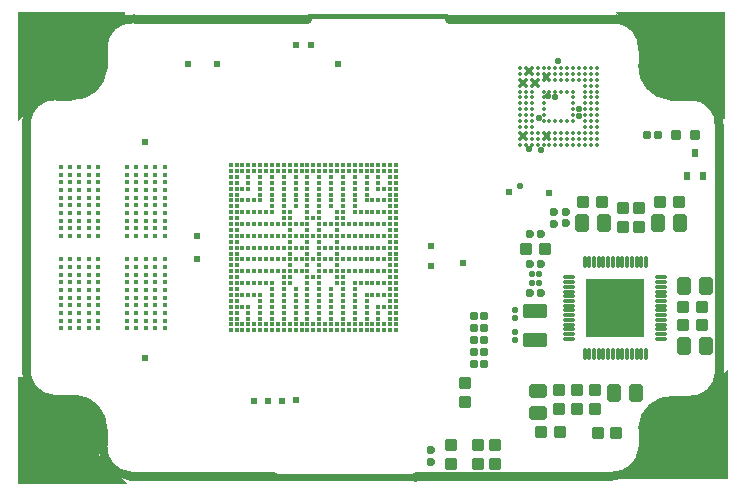
<source format=gts>
G04*
G04 #@! TF.GenerationSoftware,Altium Limited,Altium Designer,22.8.2 (66)*
G04*
G04 Layer_Color=8388736*
%FSAX25Y25*%
%MOIN*%
G70*
G04*
G04 #@! TF.SameCoordinates,F4A2C5FB-41C3-4025-BEE9-57CBDAA8531C*
G04*
G04*
G04 #@! TF.FilePolarity,Negative*
G04*
G01*
G75*
%ADD30C,0.03150*%
%ADD31C,0.01575*%
%ADD32C,0.02362*%
%ADD33C,0.01400*%
%ADD34C,0.01550*%
%ADD35C,0.02368*%
%ADD36C,0.01542*%
G04:AMPARAMS|DCode=37|XSize=41.4mil|YSize=37.47mil|CornerRadius=5.35mil|HoleSize=0mil|Usage=FLASHONLY|Rotation=270.000|XOffset=0mil|YOffset=0mil|HoleType=Round|Shape=RoundedRectangle|*
%AMROUNDEDRECTD37*
21,1,0.04140,0.02677,0,0,270.0*
21,1,0.03071,0.03747,0,0,270.0*
1,1,0.01069,-0.01339,-0.01535*
1,1,0.01069,-0.01339,0.01535*
1,1,0.01069,0.01339,0.01535*
1,1,0.01069,0.01339,-0.01535*
%
%ADD37ROUNDEDRECTD37*%
G04:AMPARAMS|DCode=38|XSize=39.43mil|YSize=11.87mil|CornerRadius=2.79mil|HoleSize=0mil|Usage=FLASHONLY|Rotation=0.000|XOffset=0mil|YOffset=0mil|HoleType=Round|Shape=RoundedRectangle|*
%AMROUNDEDRECTD38*
21,1,0.03943,0.00630,0,0,0.0*
21,1,0.03386,0.01187,0,0,0.0*
1,1,0.00558,0.01693,-0.00315*
1,1,0.00558,-0.01693,-0.00315*
1,1,0.00558,-0.01693,0.00315*
1,1,0.00558,0.01693,0.00315*
%
%ADD38ROUNDEDRECTD38*%
G04:AMPARAMS|DCode=39|XSize=39.43mil|YSize=11.87mil|CornerRadius=2.79mil|HoleSize=0mil|Usage=FLASHONLY|Rotation=90.000|XOffset=0mil|YOffset=0mil|HoleType=Round|Shape=RoundedRectangle|*
%AMROUNDEDRECTD39*
21,1,0.03943,0.00630,0,0,90.0*
21,1,0.03386,0.01187,0,0,90.0*
1,1,0.00558,0.00315,0.01693*
1,1,0.00558,0.00315,-0.01693*
1,1,0.00558,-0.00315,-0.01693*
1,1,0.00558,-0.00315,0.01693*
%
%ADD39ROUNDEDRECTD39*%
%ADD40R,0.19298X0.19298*%
G04:AMPARAMS|DCode=41|XSize=27.62mil|YSize=27.62mil|CornerRadius=4.36mil|HoleSize=0mil|Usage=FLASHONLY|Rotation=270.000|XOffset=0mil|YOffset=0mil|HoleType=Round|Shape=RoundedRectangle|*
%AMROUNDEDRECTD41*
21,1,0.02762,0.01890,0,0,270.0*
21,1,0.01890,0.02762,0,0,270.0*
1,1,0.00872,-0.00945,-0.00945*
1,1,0.00872,-0.00945,0.00945*
1,1,0.00872,0.00945,0.00945*
1,1,0.00872,0.00945,-0.00945*
%
%ADD41ROUNDEDRECTD41*%
G04:AMPARAMS|DCode=42|XSize=41.4mil|YSize=37.47mil|CornerRadius=5.35mil|HoleSize=0mil|Usage=FLASHONLY|Rotation=180.000|XOffset=0mil|YOffset=0mil|HoleType=Round|Shape=RoundedRectangle|*
%AMROUNDEDRECTD42*
21,1,0.04140,0.02677,0,0,180.0*
21,1,0.03071,0.03747,0,0,180.0*
1,1,0.01069,-0.01535,0.01339*
1,1,0.01069,0.01535,0.01339*
1,1,0.01069,0.01535,-0.01339*
1,1,0.01069,-0.01535,-0.01339*
%
%ADD42ROUNDEDRECTD42*%
G04:AMPARAMS|DCode=43|XSize=58.72mil|YSize=43.37mil|CornerRadius=5.94mil|HoleSize=0mil|Usage=FLASHONLY|Rotation=0.000|XOffset=0mil|YOffset=0mil|HoleType=Round|Shape=RoundedRectangle|*
%AMROUNDEDRECTD43*
21,1,0.05872,0.03150,0,0,0.0*
21,1,0.04685,0.04337,0,0,0.0*
1,1,0.01187,0.02343,-0.01575*
1,1,0.01187,-0.02343,-0.01575*
1,1,0.01187,-0.02343,0.01575*
1,1,0.01187,0.02343,0.01575*
%
%ADD43ROUNDEDRECTD43*%
G04:AMPARAMS|DCode=44|XSize=58.72mil|YSize=43.37mil|CornerRadius=5.94mil|HoleSize=0mil|Usage=FLASHONLY|Rotation=90.000|XOffset=0mil|YOffset=0mil|HoleType=Round|Shape=RoundedRectangle|*
%AMROUNDEDRECTD44*
21,1,0.05872,0.03150,0,0,90.0*
21,1,0.04685,0.04337,0,0,90.0*
1,1,0.01187,0.01575,0.02343*
1,1,0.01187,0.01575,-0.02343*
1,1,0.01187,-0.01575,-0.02343*
1,1,0.01187,-0.01575,0.02343*
%
%ADD44ROUNDEDRECTD44*%
G04:AMPARAMS|DCode=45|XSize=24mil|YSize=24mil|CornerRadius=4mil|HoleSize=0mil|Usage=FLASHONLY|Rotation=0.000|XOffset=0mil|YOffset=0mil|HoleType=Round|Shape=RoundedRectangle|*
%AMROUNDEDRECTD45*
21,1,0.02400,0.01600,0,0,0.0*
21,1,0.01600,0.02400,0,0,0.0*
1,1,0.00800,0.00800,-0.00800*
1,1,0.00800,-0.00800,-0.00800*
1,1,0.00800,-0.00800,0.00800*
1,1,0.00800,0.00800,0.00800*
%
%ADD45ROUNDEDRECTD45*%
G04:AMPARAMS|DCode=46|XSize=24mil|YSize=24mil|CornerRadius=4mil|HoleSize=0mil|Usage=FLASHONLY|Rotation=270.000|XOffset=0mil|YOffset=0mil|HoleType=Round|Shape=RoundedRectangle|*
%AMROUNDEDRECTD46*
21,1,0.02400,0.01600,0,0,270.0*
21,1,0.01600,0.02400,0,0,270.0*
1,1,0.00800,-0.00800,-0.00800*
1,1,0.00800,-0.00800,0.00800*
1,1,0.00800,0.00800,0.00800*
1,1,0.00800,0.00800,-0.00800*
%
%ADD46ROUNDEDRECTD46*%
G04:AMPARAMS|DCode=47|XSize=18.01mil|YSize=18.01mil|CornerRadius=4.2mil|HoleSize=0mil|Usage=FLASHONLY|Rotation=270.000|XOffset=0mil|YOffset=0mil|HoleType=Round|Shape=RoundedRectangle|*
%AMROUNDEDRECTD47*
21,1,0.01801,0.00961,0,0,270.0*
21,1,0.00961,0.01801,0,0,270.0*
1,1,0.00840,-0.00480,-0.00480*
1,1,0.00840,-0.00480,0.00480*
1,1,0.00840,0.00480,0.00480*
1,1,0.00840,0.00480,-0.00480*
%
%ADD47ROUNDEDRECTD47*%
G04:AMPARAMS|DCode=48|XSize=47.31mil|YSize=78.8mil|CornerRadius=6.33mil|HoleSize=0mil|Usage=FLASHONLY|Rotation=270.000|XOffset=0mil|YOffset=0mil|HoleType=Round|Shape=RoundedRectangle|*
%AMROUNDEDRECTD48*
21,1,0.04731,0.06614,0,0,270.0*
21,1,0.03465,0.07880,0,0,270.0*
1,1,0.01266,-0.03307,-0.01732*
1,1,0.01266,-0.03307,0.01732*
1,1,0.01266,0.03307,0.01732*
1,1,0.01266,0.03307,-0.01732*
%
%ADD48ROUNDEDRECTD48*%
G04:AMPARAMS|DCode=49|XSize=18.01mil|YSize=18.01mil|CornerRadius=4.2mil|HoleSize=0mil|Usage=FLASHONLY|Rotation=180.000|XOffset=0mil|YOffset=0mil|HoleType=Round|Shape=RoundedRectangle|*
%AMROUNDEDRECTD49*
21,1,0.01801,0.00961,0,0,180.0*
21,1,0.00961,0.01801,0,0,180.0*
1,1,0.00840,-0.00480,0.00480*
1,1,0.00840,0.00480,0.00480*
1,1,0.00840,0.00480,-0.00480*
1,1,0.00840,-0.00480,-0.00480*
%
%ADD49ROUNDEDRECTD49*%
G04:AMPARAMS|DCode=50|XSize=27.62mil|YSize=22.5mil|CornerRadius=3.85mil|HoleSize=0mil|Usage=FLASHONLY|Rotation=90.000|XOffset=0mil|YOffset=0mil|HoleType=Round|Shape=RoundedRectangle|*
%AMROUNDEDRECTD50*
21,1,0.02762,0.01480,0,0,90.0*
21,1,0.01992,0.02250,0,0,90.0*
1,1,0.00770,0.00740,0.00996*
1,1,0.00770,0.00740,-0.00996*
1,1,0.00770,-0.00740,-0.00996*
1,1,0.00770,-0.00740,0.00996*
%
%ADD50ROUNDEDRECTD50*%
G04:AMPARAMS|DCode=51|XSize=35.5mil|YSize=35.5mil|CornerRadius=5.94mil|HoleSize=0mil|Usage=FLASHONLY|Rotation=0.000|XOffset=0mil|YOffset=0mil|HoleType=Round|Shape=RoundedRectangle|*
%AMROUNDEDRECTD51*
21,1,0.03550,0.02362,0,0,0.0*
21,1,0.02362,0.03550,0,0,0.0*
1,1,0.01187,0.01181,-0.01181*
1,1,0.01187,-0.01181,-0.01181*
1,1,0.01187,-0.01181,0.01181*
1,1,0.01187,0.01181,0.01181*
%
%ADD51ROUNDEDRECTD51*%
%ADD52C,0.20085*%
%ADD53C,0.02198*%
G36*
X0385717Y0724508D02*
X0422331D01*
X0412883Y0733957D01*
Y0746555D01*
X0406977Y0752460D01*
X0395560D01*
X0387686Y0760334D01*
X0385717D01*
Y0724508D01*
D02*
G37*
G36*
Y0881988D02*
Y0845374D01*
X0395166Y0854823D01*
X0407764D01*
X0413670Y0860728D01*
Y0872146D01*
X0421544Y0880020D01*
Y0881988D01*
X0385717D01*
D02*
G37*
G36*
X0622331Y0726083D02*
Y0762697D01*
X0612883Y0753248D01*
X0600284D01*
X0594379Y0747342D01*
Y0735925D01*
X0586505Y0728051D01*
Y0726083D01*
X0622331D01*
D02*
G37*
G36*
X0621544Y0881988D02*
X0584930D01*
X0594379Y0872539D01*
Y0859941D01*
X0600284Y0854035D01*
X0611701D01*
X0619575Y0846161D01*
X0621544D01*
Y0881988D01*
D02*
G37*
D30*
X0593985Y0869390D02*
G03*
X0584930Y0879626I-0009646J0000591D01*
G01*
X0593985Y0864272D02*
G03*
X0603040Y0854035I0009646J-0000591D01*
G01*
X0619575Y0843799D02*
G03*
X0610520Y0854035I-0009646J0000591D01*
G01*
X0609339Y0752460D02*
G03*
X0619575Y0761516I0000591J0009646D01*
G01*
X0604221Y0752460D02*
G03*
X0593985Y0743405I-0000591J-0009646D01*
G01*
X0583749Y0727264D02*
G03*
X0593985Y0736319I0000591J0009646D01*
G01*
X0414064Y0737500D02*
G03*
X0423119Y0727264I0009646J-0000591D01*
G01*
X0414064Y0742618D02*
G03*
X0405009Y0752854I-0009646J0000591D01*
G01*
X0388473Y0763090D02*
G03*
X0397528Y0752854I0009646J-0000591D01*
G01*
X0403827Y0854035D02*
G03*
X0414064Y0863090I0000591J0009646D01*
G01*
X0398709Y0854035D02*
G03*
X0388473Y0844980I-0000591J-0009646D01*
G01*
X0424300Y0879626D02*
G03*
X0414064Y0870571I-0000591J-0009646D01*
G01*
X0388473Y0762697D02*
Y0844586D01*
X0398316Y0752854D02*
X0404615D01*
X0414064Y0737894D02*
Y0742618D01*
X0423119Y0727264D02*
X0470756D01*
X0518394D02*
X0583355D01*
X0593985Y0737106D02*
Y0742618D01*
X0604615Y0752460D02*
X0608946D01*
X0619575Y0762303D02*
Y0843799D01*
X0603434Y0854035D02*
X0610127D01*
X0593985Y0864665D02*
Y0868996D01*
X0529418Y0879626D02*
X0584536D01*
X0414064Y0863484D02*
Y0870571D01*
X0398709Y0854035D02*
X0403040D01*
X0424693Y0879626D02*
X0482174Y0879626D01*
X0518001Y0726870D02*
X0518394Y0727264D01*
D31*
X0482961Y0880413D02*
X0528631D01*
X0529418Y0879626D01*
D32*
X0471150Y0726870D02*
X0518001D01*
X0470756Y0727264D02*
X0471150Y0726870D01*
D33*
X0553095Y0837671D02*
D03*
Y0839639D02*
D03*
Y0841608D02*
D03*
Y0843576D02*
D03*
Y0845545D02*
D03*
Y0847513D02*
D03*
Y0849482D02*
D03*
Y0851450D02*
D03*
Y0853419D02*
D03*
Y0855387D02*
D03*
Y0857356D02*
D03*
Y0859324D02*
D03*
Y0861293D02*
D03*
Y0863261D02*
D03*
X0555063Y0837671D02*
D03*
Y0839639D02*
D03*
Y0841608D02*
D03*
Y0843576D02*
D03*
Y0845545D02*
D03*
Y0847513D02*
D03*
Y0849482D02*
D03*
Y0851450D02*
D03*
Y0853419D02*
D03*
Y0855387D02*
D03*
Y0857356D02*
D03*
Y0859324D02*
D03*
Y0861293D02*
D03*
Y0863261D02*
D03*
X0557032Y0837671D02*
D03*
Y0839639D02*
D03*
Y0841608D02*
D03*
Y0843576D02*
D03*
Y0845545D02*
D03*
Y0847513D02*
D03*
Y0849482D02*
D03*
Y0851450D02*
D03*
Y0853419D02*
D03*
Y0855387D02*
D03*
Y0857356D02*
D03*
Y0859324D02*
D03*
Y0861293D02*
D03*
Y0863261D02*
D03*
X0559000Y0837671D02*
D03*
Y0839639D02*
D03*
Y0841608D02*
D03*
Y0857356D02*
D03*
Y0859324D02*
D03*
Y0861293D02*
D03*
Y0863261D02*
D03*
X0560969Y0837671D02*
D03*
Y0839639D02*
D03*
Y0841608D02*
D03*
Y0845545D02*
D03*
Y0847513D02*
D03*
Y0849482D02*
D03*
Y0851450D02*
D03*
Y0853419D02*
D03*
Y0855387D02*
D03*
Y0859324D02*
D03*
Y0861293D02*
D03*
Y0863261D02*
D03*
X0562937Y0837671D02*
D03*
Y0839639D02*
D03*
Y0841608D02*
D03*
Y0845545D02*
D03*
Y0855387D02*
D03*
Y0859324D02*
D03*
Y0861293D02*
D03*
Y0863261D02*
D03*
X0564906Y0837671D02*
D03*
Y0839639D02*
D03*
Y0841608D02*
D03*
Y0845545D02*
D03*
Y0855387D02*
D03*
Y0859324D02*
D03*
Y0861293D02*
D03*
Y0863261D02*
D03*
X0566874Y0837671D02*
D03*
Y0839639D02*
D03*
Y0841608D02*
D03*
Y0845545D02*
D03*
Y0855387D02*
D03*
Y0859324D02*
D03*
Y0861293D02*
D03*
Y0863261D02*
D03*
X0568843Y0837671D02*
D03*
Y0839639D02*
D03*
Y0841608D02*
D03*
Y0845545D02*
D03*
Y0855387D02*
D03*
Y0859324D02*
D03*
Y0861293D02*
D03*
Y0863261D02*
D03*
X0570811Y0837671D02*
D03*
Y0839639D02*
D03*
Y0841608D02*
D03*
Y0845545D02*
D03*
Y0847513D02*
D03*
Y0849482D02*
D03*
Y0851450D02*
D03*
Y0853419D02*
D03*
Y0855387D02*
D03*
Y0859324D02*
D03*
Y0861293D02*
D03*
Y0863261D02*
D03*
X0572780Y0837671D02*
D03*
Y0839639D02*
D03*
Y0841608D02*
D03*
Y0859324D02*
D03*
Y0861293D02*
D03*
Y0863261D02*
D03*
X0574748Y0837671D02*
D03*
Y0839639D02*
D03*
Y0841608D02*
D03*
Y0843576D02*
D03*
Y0845545D02*
D03*
Y0847513D02*
D03*
Y0849482D02*
D03*
Y0851450D02*
D03*
Y0853419D02*
D03*
Y0855387D02*
D03*
Y0857356D02*
D03*
Y0859324D02*
D03*
Y0861293D02*
D03*
Y0863261D02*
D03*
X0576717Y0837671D02*
D03*
Y0839639D02*
D03*
Y0841608D02*
D03*
Y0843576D02*
D03*
Y0845545D02*
D03*
Y0847513D02*
D03*
Y0849482D02*
D03*
Y0851450D02*
D03*
Y0853419D02*
D03*
Y0855387D02*
D03*
Y0857356D02*
D03*
Y0859324D02*
D03*
Y0861293D02*
D03*
Y0863261D02*
D03*
X0578685Y0837671D02*
D03*
Y0839639D02*
D03*
Y0841608D02*
D03*
Y0843576D02*
D03*
Y0845545D02*
D03*
Y0847513D02*
D03*
Y0849482D02*
D03*
Y0851450D02*
D03*
Y0853419D02*
D03*
Y0855387D02*
D03*
Y0857356D02*
D03*
Y0859324D02*
D03*
Y0861293D02*
D03*
Y0863261D02*
D03*
D34*
X0400000Y0784153D02*
D03*
Y0786712D02*
D03*
Y0789271D02*
D03*
Y0791830D02*
D03*
Y0794389D02*
D03*
Y0796948D02*
D03*
Y0799507D02*
D03*
Y0807185D02*
D03*
Y0809744D02*
D03*
Y0812303D02*
D03*
Y0814862D02*
D03*
Y0817422D02*
D03*
Y0819981D02*
D03*
Y0822540D02*
D03*
Y0825099D02*
D03*
Y0827658D02*
D03*
Y0830217D02*
D03*
Y0776476D02*
D03*
Y0779036D02*
D03*
Y0781594D02*
D03*
X0403150Y0784153D02*
D03*
Y0786712D02*
D03*
Y0789271D02*
D03*
Y0791830D02*
D03*
Y0794389D02*
D03*
Y0796948D02*
D03*
Y0799507D02*
D03*
Y0807185D02*
D03*
Y0809744D02*
D03*
Y0812303D02*
D03*
Y0814862D02*
D03*
Y0817422D02*
D03*
Y0819981D02*
D03*
Y0822540D02*
D03*
Y0825099D02*
D03*
Y0827658D02*
D03*
Y0830217D02*
D03*
Y0776476D02*
D03*
Y0779036D02*
D03*
Y0781594D02*
D03*
X0406299Y0784153D02*
D03*
Y0786712D02*
D03*
Y0789271D02*
D03*
Y0791830D02*
D03*
Y0794389D02*
D03*
Y0796948D02*
D03*
Y0799507D02*
D03*
Y0807185D02*
D03*
Y0809744D02*
D03*
Y0812303D02*
D03*
Y0814862D02*
D03*
Y0817422D02*
D03*
Y0819981D02*
D03*
Y0822540D02*
D03*
Y0825099D02*
D03*
Y0827658D02*
D03*
Y0830217D02*
D03*
Y0776476D02*
D03*
Y0779036D02*
D03*
Y0781594D02*
D03*
X0409449Y0784153D02*
D03*
Y0786712D02*
D03*
Y0789271D02*
D03*
Y0791830D02*
D03*
Y0794389D02*
D03*
Y0796948D02*
D03*
Y0799507D02*
D03*
Y0807185D02*
D03*
Y0809744D02*
D03*
Y0812303D02*
D03*
Y0814862D02*
D03*
Y0817422D02*
D03*
Y0819981D02*
D03*
Y0822540D02*
D03*
Y0825099D02*
D03*
Y0827658D02*
D03*
Y0830217D02*
D03*
Y0776476D02*
D03*
Y0779036D02*
D03*
Y0781594D02*
D03*
X0412599Y0784153D02*
D03*
Y0786712D02*
D03*
Y0789271D02*
D03*
Y0791830D02*
D03*
Y0794389D02*
D03*
Y0796948D02*
D03*
Y0799507D02*
D03*
Y0807185D02*
D03*
Y0809744D02*
D03*
Y0812303D02*
D03*
Y0814862D02*
D03*
Y0817422D02*
D03*
Y0819981D02*
D03*
Y0822540D02*
D03*
Y0825099D02*
D03*
Y0827658D02*
D03*
Y0830217D02*
D03*
Y0776476D02*
D03*
Y0779036D02*
D03*
Y0781594D02*
D03*
X0422047Y0784153D02*
D03*
Y0786712D02*
D03*
Y0789271D02*
D03*
Y0791830D02*
D03*
Y0794389D02*
D03*
Y0796948D02*
D03*
Y0799507D02*
D03*
Y0807185D02*
D03*
Y0809744D02*
D03*
Y0812303D02*
D03*
Y0814862D02*
D03*
Y0817422D02*
D03*
Y0819981D02*
D03*
Y0822540D02*
D03*
Y0825099D02*
D03*
Y0827658D02*
D03*
Y0830217D02*
D03*
Y0776476D02*
D03*
Y0779036D02*
D03*
Y0781594D02*
D03*
X0425197Y0784153D02*
D03*
Y0786712D02*
D03*
Y0789271D02*
D03*
Y0791830D02*
D03*
Y0794389D02*
D03*
Y0796948D02*
D03*
Y0799507D02*
D03*
Y0807185D02*
D03*
Y0809744D02*
D03*
Y0812303D02*
D03*
Y0814862D02*
D03*
Y0817422D02*
D03*
Y0819981D02*
D03*
Y0822540D02*
D03*
Y0825099D02*
D03*
Y0827658D02*
D03*
Y0830217D02*
D03*
Y0776476D02*
D03*
Y0779036D02*
D03*
Y0781594D02*
D03*
X0428347Y0784153D02*
D03*
Y0786712D02*
D03*
Y0789271D02*
D03*
Y0791830D02*
D03*
Y0794389D02*
D03*
Y0796948D02*
D03*
Y0799507D02*
D03*
Y0807185D02*
D03*
Y0809744D02*
D03*
Y0812303D02*
D03*
Y0814862D02*
D03*
Y0817422D02*
D03*
Y0819981D02*
D03*
Y0822540D02*
D03*
Y0825099D02*
D03*
Y0827658D02*
D03*
Y0830217D02*
D03*
Y0776476D02*
D03*
Y0779036D02*
D03*
Y0781594D02*
D03*
X0431496Y0784153D02*
D03*
Y0786712D02*
D03*
Y0789271D02*
D03*
Y0791830D02*
D03*
Y0794389D02*
D03*
Y0796948D02*
D03*
Y0799507D02*
D03*
Y0807185D02*
D03*
Y0809744D02*
D03*
Y0812303D02*
D03*
Y0814862D02*
D03*
Y0817422D02*
D03*
Y0819981D02*
D03*
Y0822540D02*
D03*
Y0825099D02*
D03*
Y0827658D02*
D03*
Y0830217D02*
D03*
Y0776476D02*
D03*
Y0779036D02*
D03*
Y0781594D02*
D03*
X0434646Y0784153D02*
D03*
Y0786712D02*
D03*
Y0789271D02*
D03*
Y0791830D02*
D03*
Y0794389D02*
D03*
Y0796948D02*
D03*
Y0799507D02*
D03*
Y0807185D02*
D03*
Y0809744D02*
D03*
Y0812303D02*
D03*
Y0814862D02*
D03*
Y0817422D02*
D03*
Y0819981D02*
D03*
Y0822540D02*
D03*
Y0825099D02*
D03*
Y0827658D02*
D03*
Y0830217D02*
D03*
Y0776476D02*
D03*
Y0779036D02*
D03*
Y0781594D02*
D03*
D35*
X0428061Y0838720D02*
D03*
X0445461Y0807320D02*
D03*
X0445561Y0799720D02*
D03*
X0428061Y0766520D02*
D03*
X0549317Y0821908D02*
D03*
X0562817Y0821608D02*
D03*
X0534227Y0798205D02*
D03*
X0523527Y0797105D02*
D03*
Y0803905D02*
D03*
X0478527Y0752405D02*
D03*
X0473727Y0752305D02*
D03*
X0469027Y0752205D02*
D03*
X0464427D02*
D03*
X0442527Y0864505D02*
D03*
X0452027Y0864605D02*
D03*
X0492527D02*
D03*
X0478317Y0870908D02*
D03*
X0483317D02*
D03*
D36*
X0456693Y0830906D02*
D03*
X0458661D02*
D03*
X0460630D02*
D03*
X0462598D02*
D03*
X0464567D02*
D03*
X0466535D02*
D03*
X0468504D02*
D03*
X0470472D02*
D03*
X0472441D02*
D03*
X0474409D02*
D03*
X0476378D02*
D03*
X0478346D02*
D03*
X0480315D02*
D03*
X0482283D02*
D03*
X0484252D02*
D03*
X0486221D02*
D03*
X0488189D02*
D03*
X0490158D02*
D03*
X0492126D02*
D03*
X0494095D02*
D03*
X0496063D02*
D03*
X0498032D02*
D03*
X0500000D02*
D03*
X0501968D02*
D03*
X0503937D02*
D03*
X0505905D02*
D03*
X0507874D02*
D03*
X0509842D02*
D03*
X0511811D02*
D03*
X0456693Y0828937D02*
D03*
X0458661D02*
D03*
X0460630D02*
D03*
X0462598D02*
D03*
X0464567D02*
D03*
X0466535D02*
D03*
X0468504D02*
D03*
X0470472D02*
D03*
X0472441D02*
D03*
X0474409D02*
D03*
X0476378D02*
D03*
X0478346D02*
D03*
X0480315D02*
D03*
X0482283D02*
D03*
X0484252D02*
D03*
X0486221D02*
D03*
X0488189D02*
D03*
X0490158D02*
D03*
X0492126D02*
D03*
X0494095D02*
D03*
X0496063D02*
D03*
X0498032D02*
D03*
X0500000D02*
D03*
X0501968D02*
D03*
X0503937D02*
D03*
X0505905D02*
D03*
X0507874D02*
D03*
X0509842D02*
D03*
X0511811D02*
D03*
X0456693Y0826968D02*
D03*
X0458661D02*
D03*
X0462598D02*
D03*
X0466535D02*
D03*
X0470472D02*
D03*
X0474409D02*
D03*
X0478346D02*
D03*
X0482283D02*
D03*
X0486221D02*
D03*
X0490158D02*
D03*
X0494095D02*
D03*
X0498032D02*
D03*
X0501968D02*
D03*
X0505905D02*
D03*
X0509842D02*
D03*
X0511811D02*
D03*
X0456693Y0825000D02*
D03*
X0458661D02*
D03*
X0462598D02*
D03*
X0466535D02*
D03*
X0470472D02*
D03*
X0474409D02*
D03*
X0478346D02*
D03*
X0482283D02*
D03*
X0486221D02*
D03*
X0490158D02*
D03*
X0494095D02*
D03*
X0498032D02*
D03*
X0501968D02*
D03*
X0505905D02*
D03*
X0509842D02*
D03*
X0511811D02*
D03*
X0456693Y0823032D02*
D03*
X0458661D02*
D03*
X0460630D02*
D03*
X0462598D02*
D03*
X0466535D02*
D03*
X0470472D02*
D03*
X0474409D02*
D03*
X0478346D02*
D03*
X0482283D02*
D03*
X0486221D02*
D03*
X0490158D02*
D03*
X0494095D02*
D03*
X0498032D02*
D03*
X0501968D02*
D03*
X0505905D02*
D03*
X0507874D02*
D03*
X0509842D02*
D03*
X0511811D02*
D03*
X0456693Y0821063D02*
D03*
X0458661D02*
D03*
X0466535D02*
D03*
X0470472D02*
D03*
X0474409D02*
D03*
X0478346D02*
D03*
X0482283D02*
D03*
X0486221D02*
D03*
X0490158D02*
D03*
X0494095D02*
D03*
X0498032D02*
D03*
X0501968D02*
D03*
X0509842D02*
D03*
X0511811D02*
D03*
X0456693Y0819094D02*
D03*
X0458661D02*
D03*
X0460630D02*
D03*
X0462598D02*
D03*
X0464567D02*
D03*
X0466535D02*
D03*
X0470472D02*
D03*
X0474409D02*
D03*
X0478346D02*
D03*
X0482283D02*
D03*
X0486221D02*
D03*
X0490158D02*
D03*
X0494095D02*
D03*
X0498032D02*
D03*
X0501968D02*
D03*
X0503937D02*
D03*
X0505905D02*
D03*
X0507874D02*
D03*
X0509842D02*
D03*
X0511811D02*
D03*
X0456693Y0817126D02*
D03*
X0458661D02*
D03*
X0470472D02*
D03*
X0474409D02*
D03*
X0478346D02*
D03*
X0482283D02*
D03*
X0486221D02*
D03*
X0490158D02*
D03*
X0494095D02*
D03*
X0498032D02*
D03*
X0509842D02*
D03*
X0511811D02*
D03*
X0456693Y0815158D02*
D03*
X0458661D02*
D03*
X0460630D02*
D03*
X0462598D02*
D03*
X0464567D02*
D03*
X0466535D02*
D03*
X0468504D02*
D03*
X0470472D02*
D03*
X0474409D02*
D03*
X0476378D02*
D03*
X0482283D02*
D03*
X0486221D02*
D03*
X0492126D02*
D03*
X0494095D02*
D03*
X0498032D02*
D03*
X0500000D02*
D03*
X0501968D02*
D03*
X0503937D02*
D03*
X0505905D02*
D03*
X0507874D02*
D03*
X0509842D02*
D03*
X0511811D02*
D03*
X0456693Y0813189D02*
D03*
X0458661D02*
D03*
X0474409D02*
D03*
X0476378D02*
D03*
X0482283D02*
D03*
X0484252D02*
D03*
X0486221D02*
D03*
X0492126D02*
D03*
X0494095D02*
D03*
X0509842D02*
D03*
X0511811D02*
D03*
X0456693Y0811220D02*
D03*
X0458661D02*
D03*
X0460630D02*
D03*
X0462598D02*
D03*
X0464567D02*
D03*
X0466535D02*
D03*
X0468504D02*
D03*
X0470472D02*
D03*
X0472441D02*
D03*
X0474409D02*
D03*
X0476378D02*
D03*
X0478346D02*
D03*
X0480315D02*
D03*
X0482283D02*
D03*
X0486221D02*
D03*
X0488189D02*
D03*
X0490158D02*
D03*
X0492126D02*
D03*
X0494095D02*
D03*
X0496063D02*
D03*
X0498032D02*
D03*
X0500000D02*
D03*
X0501968D02*
D03*
X0503937D02*
D03*
X0505905D02*
D03*
X0507874D02*
D03*
X0509842D02*
D03*
X0511811D02*
D03*
X0456693Y0809252D02*
D03*
X0458661D02*
D03*
X0476378D02*
D03*
X0482283D02*
D03*
X0486221D02*
D03*
X0492126D02*
D03*
X0509842D02*
D03*
X0511811D02*
D03*
X0456693Y0807283D02*
D03*
X0458661D02*
D03*
X0460630D02*
D03*
X0462598D02*
D03*
X0464567D02*
D03*
X0466535D02*
D03*
X0468504D02*
D03*
X0470472D02*
D03*
X0472441D02*
D03*
X0474409D02*
D03*
X0476378D02*
D03*
X0478346D02*
D03*
X0480315D02*
D03*
X0482283D02*
D03*
X0484252D02*
D03*
X0486221D02*
D03*
X0488189D02*
D03*
X0490158D02*
D03*
X0492126D02*
D03*
X0494095D02*
D03*
X0496063D02*
D03*
X0498032D02*
D03*
X0500000D02*
D03*
X0501968D02*
D03*
X0503937D02*
D03*
X0505905D02*
D03*
X0507874D02*
D03*
X0509842D02*
D03*
X0511811D02*
D03*
X0456693Y0805315D02*
D03*
X0458661D02*
D03*
X0476378D02*
D03*
X0482283D02*
D03*
X0486221D02*
D03*
X0492126D02*
D03*
X0509842D02*
D03*
X0511811D02*
D03*
X0456693Y0803347D02*
D03*
X0458661D02*
D03*
X0460630D02*
D03*
X0462598D02*
D03*
X0464567D02*
D03*
X0466535D02*
D03*
X0468504D02*
D03*
X0470472D02*
D03*
X0472441D02*
D03*
X0474409D02*
D03*
X0476378D02*
D03*
X0478346D02*
D03*
X0480315D02*
D03*
X0482283D02*
D03*
X0486221D02*
D03*
X0488189D02*
D03*
X0490158D02*
D03*
X0492126D02*
D03*
X0494095D02*
D03*
X0496063D02*
D03*
X0498032D02*
D03*
X0500000D02*
D03*
X0501968D02*
D03*
X0503937D02*
D03*
X0505905D02*
D03*
X0507874D02*
D03*
X0509842D02*
D03*
X0511811D02*
D03*
X0456693Y0801378D02*
D03*
X0458661D02*
D03*
X0476378D02*
D03*
X0482283D02*
D03*
X0486221D02*
D03*
X0492126D02*
D03*
X0509842D02*
D03*
X0511811D02*
D03*
X0456693Y0799409D02*
D03*
X0458661D02*
D03*
X0460630D02*
D03*
X0462598D02*
D03*
X0464567D02*
D03*
X0466535D02*
D03*
X0468504D02*
D03*
X0470472D02*
D03*
X0472441D02*
D03*
X0474409D02*
D03*
X0476378D02*
D03*
X0478346D02*
D03*
X0480315D02*
D03*
X0482283D02*
D03*
X0484252D02*
D03*
X0486221D02*
D03*
X0488189D02*
D03*
X0490158D02*
D03*
X0492126D02*
D03*
X0494095D02*
D03*
X0496063D02*
D03*
X0498032D02*
D03*
X0500000D02*
D03*
X0501968D02*
D03*
X0503937D02*
D03*
X0505905D02*
D03*
X0507874D02*
D03*
X0509842D02*
D03*
X0511811D02*
D03*
X0456693Y0797441D02*
D03*
X0458661D02*
D03*
X0476378D02*
D03*
X0482283D02*
D03*
X0486221D02*
D03*
X0492126D02*
D03*
X0509842D02*
D03*
X0511811D02*
D03*
X0456693Y0795472D02*
D03*
X0458661D02*
D03*
X0460630D02*
D03*
X0462598D02*
D03*
X0464567D02*
D03*
X0466535D02*
D03*
X0468504D02*
D03*
X0470472D02*
D03*
X0472441D02*
D03*
X0474409D02*
D03*
X0476378D02*
D03*
X0478346D02*
D03*
X0480315D02*
D03*
X0482283D02*
D03*
X0486221D02*
D03*
X0488189D02*
D03*
X0490158D02*
D03*
X0492126D02*
D03*
X0494095D02*
D03*
X0496063D02*
D03*
X0498032D02*
D03*
X0500000D02*
D03*
X0501968D02*
D03*
X0503937D02*
D03*
X0505905D02*
D03*
X0507874D02*
D03*
X0509842D02*
D03*
X0511811D02*
D03*
X0456693Y0793504D02*
D03*
X0458661D02*
D03*
X0474409D02*
D03*
X0476378D02*
D03*
X0482283D02*
D03*
X0484252D02*
D03*
X0486221D02*
D03*
X0492126D02*
D03*
X0494095D02*
D03*
X0509842D02*
D03*
X0511811D02*
D03*
X0456693Y0791535D02*
D03*
X0458661D02*
D03*
X0460630D02*
D03*
X0462598D02*
D03*
X0464567D02*
D03*
X0466535D02*
D03*
X0468504D02*
D03*
X0470472D02*
D03*
X0474409D02*
D03*
X0476378D02*
D03*
X0482283D02*
D03*
X0486221D02*
D03*
X0492126D02*
D03*
X0494095D02*
D03*
X0498032D02*
D03*
X0500000D02*
D03*
X0501968D02*
D03*
X0503937D02*
D03*
X0505905D02*
D03*
X0507874D02*
D03*
X0509842D02*
D03*
X0511811D02*
D03*
X0456693Y0789567D02*
D03*
X0458661D02*
D03*
X0470472D02*
D03*
X0474409D02*
D03*
X0478346D02*
D03*
X0482283D02*
D03*
X0486221D02*
D03*
X0490158D02*
D03*
X0494095D02*
D03*
X0498032D02*
D03*
X0509842D02*
D03*
X0511811D02*
D03*
X0456693Y0787598D02*
D03*
X0458661D02*
D03*
X0460630D02*
D03*
X0462598D02*
D03*
X0464567D02*
D03*
X0466535D02*
D03*
X0470472D02*
D03*
X0474409D02*
D03*
X0478346D02*
D03*
X0482283D02*
D03*
X0486221D02*
D03*
X0490158D02*
D03*
X0494095D02*
D03*
X0498032D02*
D03*
X0501968D02*
D03*
X0503937D02*
D03*
X0505905D02*
D03*
X0507874D02*
D03*
X0509842D02*
D03*
X0511811D02*
D03*
X0456693Y0785630D02*
D03*
X0458661D02*
D03*
X0466535D02*
D03*
X0470472D02*
D03*
X0474409D02*
D03*
X0478346D02*
D03*
X0482283D02*
D03*
X0486221D02*
D03*
X0490158D02*
D03*
X0494095D02*
D03*
X0498032D02*
D03*
X0501968D02*
D03*
X0509842D02*
D03*
X0511811D02*
D03*
X0456693Y0783661D02*
D03*
X0458661D02*
D03*
X0460630D02*
D03*
X0462598D02*
D03*
X0466535D02*
D03*
X0470472D02*
D03*
X0474409D02*
D03*
X0478346D02*
D03*
X0482283D02*
D03*
X0486221D02*
D03*
X0490158D02*
D03*
X0494095D02*
D03*
X0498032D02*
D03*
X0501968D02*
D03*
X0505905D02*
D03*
X0507874D02*
D03*
X0509842D02*
D03*
X0511811D02*
D03*
X0456693Y0781693D02*
D03*
X0458661D02*
D03*
X0462598D02*
D03*
X0466535D02*
D03*
X0470472D02*
D03*
X0474409D02*
D03*
X0478346D02*
D03*
X0482283D02*
D03*
X0486221D02*
D03*
X0490158D02*
D03*
X0494095D02*
D03*
X0498032D02*
D03*
X0501968D02*
D03*
X0505905D02*
D03*
X0509842D02*
D03*
X0511811D02*
D03*
X0456693Y0779724D02*
D03*
X0458661D02*
D03*
X0462598D02*
D03*
X0466535D02*
D03*
X0470472D02*
D03*
X0474409D02*
D03*
X0478346D02*
D03*
X0482283D02*
D03*
X0486221D02*
D03*
X0490158D02*
D03*
X0494095D02*
D03*
X0498032D02*
D03*
X0501968D02*
D03*
X0505905D02*
D03*
X0509842D02*
D03*
X0511811D02*
D03*
X0456693Y0777756D02*
D03*
X0458661D02*
D03*
X0460630D02*
D03*
X0462598D02*
D03*
X0464567D02*
D03*
X0466535D02*
D03*
X0468504D02*
D03*
X0470472D02*
D03*
X0472441D02*
D03*
X0474409D02*
D03*
X0476378D02*
D03*
X0478346D02*
D03*
X0480315D02*
D03*
X0482283D02*
D03*
X0484252D02*
D03*
X0486221D02*
D03*
X0488189D02*
D03*
X0490158D02*
D03*
X0492126D02*
D03*
X0494095D02*
D03*
X0496063D02*
D03*
X0498032D02*
D03*
X0500000D02*
D03*
X0501968D02*
D03*
X0503937D02*
D03*
X0505905D02*
D03*
X0507874D02*
D03*
X0509842D02*
D03*
X0511811D02*
D03*
X0456693Y0775787D02*
D03*
X0458661D02*
D03*
X0460630D02*
D03*
X0462598D02*
D03*
X0464567D02*
D03*
X0466535D02*
D03*
X0468504D02*
D03*
X0470472D02*
D03*
X0472441D02*
D03*
X0474409D02*
D03*
X0476378D02*
D03*
X0478346D02*
D03*
X0480315D02*
D03*
X0482283D02*
D03*
X0484252D02*
D03*
X0486221D02*
D03*
X0488189D02*
D03*
X0490158D02*
D03*
X0492126D02*
D03*
X0494095D02*
D03*
X0496063D02*
D03*
X0498032D02*
D03*
X0500000D02*
D03*
X0501968D02*
D03*
X0503937D02*
D03*
X0505905D02*
D03*
X0507874D02*
D03*
X0509842D02*
D03*
X0511811D02*
D03*
D37*
X0613876Y0783705D02*
D03*
X0607577D02*
D03*
X0606076Y0818405D02*
D03*
X0599777D02*
D03*
X0574277Y0818405D02*
D03*
X0580576D02*
D03*
X0585276Y0741505D02*
D03*
X0578977D02*
D03*
X0560077Y0741805D02*
D03*
X0566376D02*
D03*
X0607477Y0777705D02*
D03*
X0613776D02*
D03*
X0561476Y0802805D02*
D03*
X0555177D02*
D03*
D38*
X0569527Y0793428D02*
D03*
Y0791853D02*
D03*
Y0790278D02*
D03*
Y0788703D02*
D03*
Y0787128D02*
D03*
Y0785553D02*
D03*
Y0783979D02*
D03*
Y0782404D02*
D03*
Y0780829D02*
D03*
Y0779254D02*
D03*
Y0777679D02*
D03*
Y0776105D02*
D03*
Y0774530D02*
D03*
Y0772955D02*
D03*
X0600235D02*
D03*
Y0774530D02*
D03*
Y0776105D02*
D03*
Y0777679D02*
D03*
Y0779254D02*
D03*
Y0780829D02*
D03*
Y0782404D02*
D03*
Y0783979D02*
D03*
Y0785553D02*
D03*
Y0787128D02*
D03*
Y0788703D02*
D03*
Y0790278D02*
D03*
Y0791853D02*
D03*
Y0793428D02*
D03*
D39*
X0574645Y0767837D02*
D03*
X0576220D02*
D03*
X0577794D02*
D03*
X0579369D02*
D03*
X0580944D02*
D03*
X0582519D02*
D03*
X0584094D02*
D03*
X0585668D02*
D03*
X0587243D02*
D03*
X0588818D02*
D03*
X0590393D02*
D03*
X0591967D02*
D03*
X0593542D02*
D03*
X0595117D02*
D03*
Y0798546D02*
D03*
X0593542D02*
D03*
X0591967D02*
D03*
X0590393D02*
D03*
X0588818D02*
D03*
X0587243D02*
D03*
X0585668D02*
D03*
X0584094D02*
D03*
X0582519D02*
D03*
X0580944D02*
D03*
X0579369D02*
D03*
X0577794D02*
D03*
X0576220D02*
D03*
X0574645D02*
D03*
D40*
X0584881Y0783191D02*
D03*
D41*
X0537655Y0776605D02*
D03*
X0541198D02*
D03*
X0537655Y0780605D02*
D03*
X0541198D02*
D03*
X0541198Y0768605D02*
D03*
X0537655D02*
D03*
X0541198Y0764605D02*
D03*
X0537655D02*
D03*
X0541198Y0772605D02*
D03*
X0537655D02*
D03*
X0595455Y0840805D02*
D03*
X0598998D02*
D03*
D42*
X0578227Y0755854D02*
D03*
Y0749555D02*
D03*
X0572227Y0755854D02*
D03*
Y0749555D02*
D03*
X0566227Y0755854D02*
D03*
Y0749555D02*
D03*
X0592927Y0810255D02*
D03*
Y0816554D02*
D03*
X0587327Y0810255D02*
D03*
Y0816554D02*
D03*
X0534727Y0758254D02*
D03*
Y0751955D02*
D03*
X0539027Y0731255D02*
D03*
Y0737554D02*
D03*
X0544927Y0731255D02*
D03*
Y0737554D02*
D03*
X0530127Y0731255D02*
D03*
Y0737554D02*
D03*
D43*
X0559227Y0755466D02*
D03*
Y0748143D02*
D03*
D44*
X0584465Y0754805D02*
D03*
X0591788D02*
D03*
X0607865Y0790605D02*
D03*
X0615188D02*
D03*
X0607765Y0770705D02*
D03*
X0615088D02*
D03*
X0599265Y0811405D02*
D03*
X0606588D02*
D03*
X0580988D02*
D03*
X0573665D02*
D03*
D45*
X0564327Y0815094D02*
D03*
Y0811315D02*
D03*
X0568327Y0811415D02*
D03*
Y0815194D02*
D03*
X0523527Y0735794D02*
D03*
Y0732015D02*
D03*
D46*
X0560216Y0807805D02*
D03*
X0556437D02*
D03*
X0556337Y0797905D02*
D03*
X0560116D02*
D03*
X0556337Y0788105D02*
D03*
X0560116D02*
D03*
D47*
X0557027Y0794505D02*
D03*
X0559626D02*
D03*
Y0791605D02*
D03*
X0557027D02*
D03*
D48*
X0558127Y0782326D02*
D03*
Y0772483D02*
D03*
D49*
X0551527Y0779905D02*
D03*
Y0782504D02*
D03*
Y0772605D02*
D03*
Y0775204D02*
D03*
D50*
X0611427Y0834745D02*
D03*
X0608868Y0827264D02*
D03*
X0613986D02*
D03*
D51*
X0611576Y0840805D02*
D03*
X0605277D02*
D03*
D52*
X0606299Y0740354D02*
D03*
Y0866339D02*
D03*
X0401575Y0740354D02*
D03*
Y0866339D02*
D03*
D53*
X0553017Y0823808D02*
D03*
X0556030Y0862323D02*
D03*
X0554130Y0858323D02*
D03*
X0561930Y0860323D02*
D03*
X0558030Y0858323D02*
D03*
X0565730Y0865423D02*
D03*
X0572830Y0847323D02*
D03*
X0572730Y0849623D02*
D03*
X0564930Y0853423D02*
D03*
X0562430Y0853923D02*
D03*
X0559630Y0846623D02*
D03*
X0554030Y0840623D02*
D03*
X0562030D02*
D03*
X0560017Y0835908D02*
D03*
X0556017Y0836208D02*
D03*
M02*

</source>
